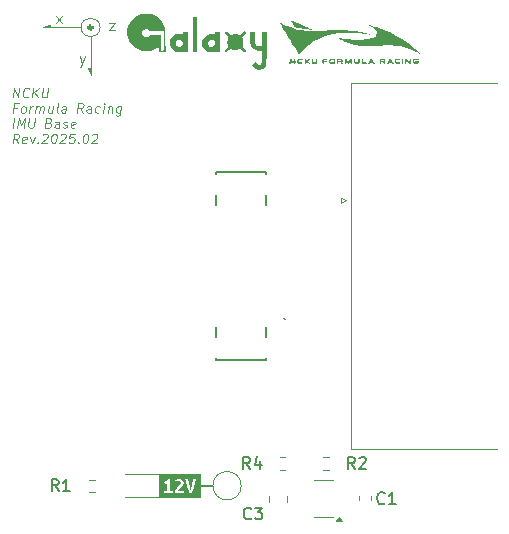
<source format=gbr>
%TF.GenerationSoftware,KiCad,Pcbnew,7.0.11-rc3*%
%TF.CreationDate,2025-03-16T23:28:07+08:00*%
%TF.ProjectId,imu-base,696d752d-6261-4736-952e-6b696361645f,rev?*%
%TF.SameCoordinates,Original*%
%TF.FileFunction,Legend,Top*%
%TF.FilePolarity,Positive*%
%FSLAX46Y46*%
G04 Gerber Fmt 4.6, Leading zero omitted, Abs format (unit mm)*
G04 Created by KiCad (PCBNEW 7.0.11-rc3) date 2025-03-16 23:28:07*
%MOMM*%
%LPD*%
G01*
G04 APERTURE LIST*
%ADD10C,0.100000*%
%ADD11C,0.300000*%
%ADD12C,0.150000*%
%ADD13C,0.120000*%
%ADD14C,0.200000*%
G04 APERTURE END LIST*
D10*
X82450000Y-37800000D02*
X79250000Y-37800000D01*
X79850000Y-37800000D02*
X79250000Y-37800000D01*
X79850000Y-37600000D01*
X79850000Y-37800000D01*
G36*
X79850000Y-37800000D02*
G01*
X79250000Y-37800000D01*
X79850000Y-37600000D01*
X79850000Y-37800000D01*
G37*
D11*
X83400000Y-37800000D02*
G75*
G03*
X83100000Y-37800000I-150000J0D01*
G01*
X83100000Y-37800000D02*
G75*
G03*
X83400000Y-37800000I150000J0D01*
G01*
D10*
X84050000Y-37800000D02*
G75*
G03*
X82450000Y-37800000I-800000J0D01*
G01*
X82450000Y-37800000D02*
G75*
G03*
X84050000Y-37800000I800000J0D01*
G01*
D12*
X93600000Y-76600000D02*
X92400000Y-76600000D01*
D10*
X83250000Y-38600000D02*
X83250000Y-41800000D01*
X83250000Y-41800000D02*
X83050000Y-41200000D01*
X83250000Y-41200000D01*
X83250000Y-41800000D01*
G36*
X83250000Y-41800000D02*
G01*
X83050000Y-41200000D01*
X83250000Y-41200000D01*
X83250000Y-41800000D01*
G37*
X84788095Y-37390752D02*
X85311904Y-37390752D01*
X85311904Y-37390752D02*
X84788095Y-38057419D01*
X84788095Y-38057419D02*
X85311904Y-38057419D01*
X80288095Y-37457419D02*
X80811904Y-36790752D01*
X80288095Y-36790752D02*
X80811904Y-37457419D01*
D13*
X76664661Y-43731855D02*
X76764661Y-42931855D01*
X76764661Y-42931855D02*
X77121804Y-43731855D01*
X77121804Y-43731855D02*
X77221804Y-42931855D01*
X77969422Y-43655664D02*
X77926565Y-43693760D01*
X77926565Y-43693760D02*
X77807518Y-43731855D01*
X77807518Y-43731855D02*
X77731327Y-43731855D01*
X77731327Y-43731855D02*
X77621803Y-43693760D01*
X77621803Y-43693760D02*
X77555137Y-43617569D01*
X77555137Y-43617569D02*
X77526565Y-43541379D01*
X77526565Y-43541379D02*
X77507518Y-43388998D01*
X77507518Y-43388998D02*
X77521803Y-43274712D01*
X77521803Y-43274712D02*
X77578946Y-43122331D01*
X77578946Y-43122331D02*
X77626565Y-43046140D01*
X77626565Y-43046140D02*
X77712280Y-42969950D01*
X77712280Y-42969950D02*
X77831327Y-42931855D01*
X77831327Y-42931855D02*
X77907518Y-42931855D01*
X77907518Y-42931855D02*
X78017042Y-42969950D01*
X78017042Y-42969950D02*
X78050375Y-43008045D01*
X78302756Y-43731855D02*
X78402756Y-42931855D01*
X78759899Y-43731855D02*
X78474184Y-43274712D01*
X78859899Y-42931855D02*
X78345613Y-43388998D01*
X79202756Y-42931855D02*
X79121803Y-43579474D01*
X79121803Y-43579474D02*
X79150375Y-43655664D01*
X79150375Y-43655664D02*
X79183708Y-43693760D01*
X79183708Y-43693760D02*
X79255137Y-43731855D01*
X79255137Y-43731855D02*
X79407518Y-43731855D01*
X79407518Y-43731855D02*
X79488470Y-43693760D01*
X79488470Y-43693760D02*
X79531327Y-43655664D01*
X79531327Y-43655664D02*
X79578946Y-43579474D01*
X79578946Y-43579474D02*
X79659899Y-42931855D01*
X76983708Y-44600807D02*
X76717042Y-44600807D01*
X76664661Y-45019855D02*
X76764661Y-44219855D01*
X76764661Y-44219855D02*
X77145613Y-44219855D01*
X77464661Y-45019855D02*
X77393232Y-44981760D01*
X77393232Y-44981760D02*
X77359899Y-44943664D01*
X77359899Y-44943664D02*
X77331327Y-44867474D01*
X77331327Y-44867474D02*
X77359899Y-44638902D01*
X77359899Y-44638902D02*
X77407518Y-44562712D01*
X77407518Y-44562712D02*
X77450375Y-44524617D01*
X77450375Y-44524617D02*
X77531327Y-44486521D01*
X77531327Y-44486521D02*
X77645613Y-44486521D01*
X77645613Y-44486521D02*
X77717041Y-44524617D01*
X77717041Y-44524617D02*
X77750375Y-44562712D01*
X77750375Y-44562712D02*
X77778946Y-44638902D01*
X77778946Y-44638902D02*
X77750375Y-44867474D01*
X77750375Y-44867474D02*
X77702756Y-44943664D01*
X77702756Y-44943664D02*
X77659899Y-44981760D01*
X77659899Y-44981760D02*
X77578946Y-45019855D01*
X77578946Y-45019855D02*
X77464661Y-45019855D01*
X78074185Y-45019855D02*
X78140851Y-44486521D01*
X78121804Y-44638902D02*
X78169423Y-44562712D01*
X78169423Y-44562712D02*
X78212280Y-44524617D01*
X78212280Y-44524617D02*
X78293232Y-44486521D01*
X78293232Y-44486521D02*
X78369423Y-44486521D01*
X78569423Y-45019855D02*
X78636089Y-44486521D01*
X78626566Y-44562712D02*
X78669423Y-44524617D01*
X78669423Y-44524617D02*
X78750375Y-44486521D01*
X78750375Y-44486521D02*
X78864661Y-44486521D01*
X78864661Y-44486521D02*
X78936089Y-44524617D01*
X78936089Y-44524617D02*
X78964661Y-44600807D01*
X78964661Y-44600807D02*
X78912280Y-45019855D01*
X78964661Y-44600807D02*
X79012280Y-44524617D01*
X79012280Y-44524617D02*
X79093232Y-44486521D01*
X79093232Y-44486521D02*
X79207518Y-44486521D01*
X79207518Y-44486521D02*
X79278947Y-44524617D01*
X79278947Y-44524617D02*
X79307518Y-44600807D01*
X79307518Y-44600807D02*
X79255137Y-45019855D01*
X80045614Y-44486521D02*
X79978947Y-45019855D01*
X79702756Y-44486521D02*
X79650376Y-44905569D01*
X79650376Y-44905569D02*
X79678947Y-44981760D01*
X79678947Y-44981760D02*
X79750376Y-45019855D01*
X79750376Y-45019855D02*
X79864661Y-45019855D01*
X79864661Y-45019855D02*
X79945614Y-44981760D01*
X79945614Y-44981760D02*
X79988471Y-44943664D01*
X80474186Y-45019855D02*
X80402757Y-44981760D01*
X80402757Y-44981760D02*
X80374186Y-44905569D01*
X80374186Y-44905569D02*
X80459900Y-44219855D01*
X81121805Y-45019855D02*
X81174186Y-44600807D01*
X81174186Y-44600807D02*
X81145614Y-44524617D01*
X81145614Y-44524617D02*
X81074186Y-44486521D01*
X81074186Y-44486521D02*
X80921805Y-44486521D01*
X80921805Y-44486521D02*
X80840853Y-44524617D01*
X81126567Y-44981760D02*
X81045614Y-45019855D01*
X81045614Y-45019855D02*
X80855138Y-45019855D01*
X80855138Y-45019855D02*
X80783710Y-44981760D01*
X80783710Y-44981760D02*
X80755138Y-44905569D01*
X80755138Y-44905569D02*
X80764662Y-44829379D01*
X80764662Y-44829379D02*
X80812281Y-44753188D01*
X80812281Y-44753188D02*
X80893234Y-44715093D01*
X80893234Y-44715093D02*
X81083710Y-44715093D01*
X81083710Y-44715093D02*
X81164662Y-44676998D01*
X82569425Y-45019855D02*
X82350377Y-44638902D01*
X82112282Y-45019855D02*
X82212282Y-44219855D01*
X82212282Y-44219855D02*
X82517044Y-44219855D01*
X82517044Y-44219855D02*
X82588472Y-44257950D01*
X82588472Y-44257950D02*
X82621806Y-44296045D01*
X82621806Y-44296045D02*
X82650377Y-44372236D01*
X82650377Y-44372236D02*
X82636091Y-44486521D01*
X82636091Y-44486521D02*
X82588472Y-44562712D01*
X82588472Y-44562712D02*
X82545615Y-44600807D01*
X82545615Y-44600807D02*
X82464663Y-44638902D01*
X82464663Y-44638902D02*
X82159901Y-44638902D01*
X83255139Y-45019855D02*
X83307520Y-44600807D01*
X83307520Y-44600807D02*
X83278948Y-44524617D01*
X83278948Y-44524617D02*
X83207520Y-44486521D01*
X83207520Y-44486521D02*
X83055139Y-44486521D01*
X83055139Y-44486521D02*
X82974187Y-44524617D01*
X83259901Y-44981760D02*
X83178948Y-45019855D01*
X83178948Y-45019855D02*
X82988472Y-45019855D01*
X82988472Y-45019855D02*
X82917044Y-44981760D01*
X82917044Y-44981760D02*
X82888472Y-44905569D01*
X82888472Y-44905569D02*
X82897996Y-44829379D01*
X82897996Y-44829379D02*
X82945615Y-44753188D01*
X82945615Y-44753188D02*
X83026568Y-44715093D01*
X83026568Y-44715093D02*
X83217044Y-44715093D01*
X83217044Y-44715093D02*
X83297996Y-44676998D01*
X83983711Y-44981760D02*
X83902758Y-45019855D01*
X83902758Y-45019855D02*
X83750378Y-45019855D01*
X83750378Y-45019855D02*
X83678949Y-44981760D01*
X83678949Y-44981760D02*
X83645616Y-44943664D01*
X83645616Y-44943664D02*
X83617044Y-44867474D01*
X83617044Y-44867474D02*
X83645616Y-44638902D01*
X83645616Y-44638902D02*
X83693235Y-44562712D01*
X83693235Y-44562712D02*
X83736092Y-44524617D01*
X83736092Y-44524617D02*
X83817044Y-44486521D01*
X83817044Y-44486521D02*
X83969425Y-44486521D01*
X83969425Y-44486521D02*
X84040854Y-44524617D01*
X84321806Y-45019855D02*
X84388472Y-44486521D01*
X84421806Y-44219855D02*
X84378949Y-44257950D01*
X84378949Y-44257950D02*
X84412282Y-44296045D01*
X84412282Y-44296045D02*
X84455139Y-44257950D01*
X84455139Y-44257950D02*
X84421806Y-44219855D01*
X84421806Y-44219855D02*
X84412282Y-44296045D01*
X84769424Y-44486521D02*
X84702758Y-45019855D01*
X84759901Y-44562712D02*
X84802758Y-44524617D01*
X84802758Y-44524617D02*
X84883710Y-44486521D01*
X84883710Y-44486521D02*
X84997996Y-44486521D01*
X84997996Y-44486521D02*
X85069424Y-44524617D01*
X85069424Y-44524617D02*
X85097996Y-44600807D01*
X85097996Y-44600807D02*
X85045615Y-45019855D01*
X85836092Y-44486521D02*
X85755139Y-45134140D01*
X85755139Y-45134140D02*
X85707520Y-45210331D01*
X85707520Y-45210331D02*
X85664663Y-45248426D01*
X85664663Y-45248426D02*
X85583711Y-45286521D01*
X85583711Y-45286521D02*
X85469425Y-45286521D01*
X85469425Y-45286521D02*
X85397996Y-45248426D01*
X85774187Y-44981760D02*
X85693234Y-45019855D01*
X85693234Y-45019855D02*
X85540854Y-45019855D01*
X85540854Y-45019855D02*
X85469425Y-44981760D01*
X85469425Y-44981760D02*
X85436092Y-44943664D01*
X85436092Y-44943664D02*
X85407520Y-44867474D01*
X85407520Y-44867474D02*
X85436092Y-44638902D01*
X85436092Y-44638902D02*
X85483711Y-44562712D01*
X85483711Y-44562712D02*
X85526568Y-44524617D01*
X85526568Y-44524617D02*
X85607520Y-44486521D01*
X85607520Y-44486521D02*
X85759901Y-44486521D01*
X85759901Y-44486521D02*
X85831330Y-44524617D01*
X76664661Y-46307855D02*
X76764661Y-45507855D01*
X77045613Y-46307855D02*
X77145613Y-45507855D01*
X77145613Y-45507855D02*
X77340851Y-46079283D01*
X77340851Y-46079283D02*
X77678946Y-45507855D01*
X77678946Y-45507855D02*
X77578946Y-46307855D01*
X78059899Y-45507855D02*
X77978946Y-46155474D01*
X77978946Y-46155474D02*
X78007518Y-46231664D01*
X78007518Y-46231664D02*
X78040851Y-46269760D01*
X78040851Y-46269760D02*
X78112280Y-46307855D01*
X78112280Y-46307855D02*
X78264661Y-46307855D01*
X78264661Y-46307855D02*
X78345613Y-46269760D01*
X78345613Y-46269760D02*
X78388470Y-46231664D01*
X78388470Y-46231664D02*
X78436089Y-46155474D01*
X78436089Y-46155474D02*
X78517042Y-45507855D01*
X79726565Y-45888807D02*
X79836089Y-45926902D01*
X79836089Y-45926902D02*
X79869423Y-45964998D01*
X79869423Y-45964998D02*
X79897994Y-46041188D01*
X79897994Y-46041188D02*
X79883708Y-46155474D01*
X79883708Y-46155474D02*
X79836089Y-46231664D01*
X79836089Y-46231664D02*
X79793232Y-46269760D01*
X79793232Y-46269760D02*
X79712280Y-46307855D01*
X79712280Y-46307855D02*
X79407518Y-46307855D01*
X79407518Y-46307855D02*
X79507518Y-45507855D01*
X79507518Y-45507855D02*
X79774184Y-45507855D01*
X79774184Y-45507855D02*
X79845613Y-45545950D01*
X79845613Y-45545950D02*
X79878946Y-45584045D01*
X79878946Y-45584045D02*
X79907518Y-45660236D01*
X79907518Y-45660236D02*
X79897994Y-45736426D01*
X79897994Y-45736426D02*
X79850375Y-45812617D01*
X79850375Y-45812617D02*
X79807518Y-45850712D01*
X79807518Y-45850712D02*
X79726565Y-45888807D01*
X79726565Y-45888807D02*
X79459899Y-45888807D01*
X80550375Y-46307855D02*
X80602756Y-45888807D01*
X80602756Y-45888807D02*
X80574184Y-45812617D01*
X80574184Y-45812617D02*
X80502756Y-45774521D01*
X80502756Y-45774521D02*
X80350375Y-45774521D01*
X80350375Y-45774521D02*
X80269423Y-45812617D01*
X80555137Y-46269760D02*
X80474184Y-46307855D01*
X80474184Y-46307855D02*
X80283708Y-46307855D01*
X80283708Y-46307855D02*
X80212280Y-46269760D01*
X80212280Y-46269760D02*
X80183708Y-46193569D01*
X80183708Y-46193569D02*
X80193232Y-46117379D01*
X80193232Y-46117379D02*
X80240851Y-46041188D01*
X80240851Y-46041188D02*
X80321804Y-46003093D01*
X80321804Y-46003093D02*
X80512280Y-46003093D01*
X80512280Y-46003093D02*
X80593232Y-45964998D01*
X80897994Y-46269760D02*
X80969423Y-46307855D01*
X80969423Y-46307855D02*
X81121804Y-46307855D01*
X81121804Y-46307855D02*
X81202756Y-46269760D01*
X81202756Y-46269760D02*
X81250375Y-46193569D01*
X81250375Y-46193569D02*
X81255137Y-46155474D01*
X81255137Y-46155474D02*
X81226566Y-46079283D01*
X81226566Y-46079283D02*
X81155137Y-46041188D01*
X81155137Y-46041188D02*
X81040852Y-46041188D01*
X81040852Y-46041188D02*
X80969423Y-46003093D01*
X80969423Y-46003093D02*
X80940852Y-45926902D01*
X80940852Y-45926902D02*
X80945614Y-45888807D01*
X80945614Y-45888807D02*
X80993233Y-45812617D01*
X80993233Y-45812617D02*
X81074185Y-45774521D01*
X81074185Y-45774521D02*
X81188471Y-45774521D01*
X81188471Y-45774521D02*
X81259899Y-45812617D01*
X81888471Y-46269760D02*
X81807518Y-46307855D01*
X81807518Y-46307855D02*
X81655137Y-46307855D01*
X81655137Y-46307855D02*
X81583709Y-46269760D01*
X81583709Y-46269760D02*
X81555137Y-46193569D01*
X81555137Y-46193569D02*
X81593233Y-45888807D01*
X81593233Y-45888807D02*
X81640852Y-45812617D01*
X81640852Y-45812617D02*
X81721804Y-45774521D01*
X81721804Y-45774521D02*
X81874185Y-45774521D01*
X81874185Y-45774521D02*
X81945613Y-45812617D01*
X81945613Y-45812617D02*
X81974185Y-45888807D01*
X81974185Y-45888807D02*
X81964661Y-45964998D01*
X81964661Y-45964998D02*
X81574185Y-46041188D01*
X77121804Y-47595855D02*
X76902756Y-47214902D01*
X76664661Y-47595855D02*
X76764661Y-46795855D01*
X76764661Y-46795855D02*
X77069423Y-46795855D01*
X77069423Y-46795855D02*
X77140851Y-46833950D01*
X77140851Y-46833950D02*
X77174185Y-46872045D01*
X77174185Y-46872045D02*
X77202756Y-46948236D01*
X77202756Y-46948236D02*
X77188470Y-47062521D01*
X77188470Y-47062521D02*
X77140851Y-47138712D01*
X77140851Y-47138712D02*
X77097994Y-47176807D01*
X77097994Y-47176807D02*
X77017042Y-47214902D01*
X77017042Y-47214902D02*
X76712280Y-47214902D01*
X77774185Y-47557760D02*
X77693232Y-47595855D01*
X77693232Y-47595855D02*
X77540851Y-47595855D01*
X77540851Y-47595855D02*
X77469423Y-47557760D01*
X77469423Y-47557760D02*
X77440851Y-47481569D01*
X77440851Y-47481569D02*
X77478947Y-47176807D01*
X77478947Y-47176807D02*
X77526566Y-47100617D01*
X77526566Y-47100617D02*
X77607518Y-47062521D01*
X77607518Y-47062521D02*
X77759899Y-47062521D01*
X77759899Y-47062521D02*
X77831327Y-47100617D01*
X77831327Y-47100617D02*
X77859899Y-47176807D01*
X77859899Y-47176807D02*
X77850375Y-47252998D01*
X77850375Y-47252998D02*
X77459899Y-47329188D01*
X78140851Y-47062521D02*
X78264661Y-47595855D01*
X78264661Y-47595855D02*
X78521803Y-47062521D01*
X78769423Y-47519664D02*
X78802756Y-47557760D01*
X78802756Y-47557760D02*
X78759899Y-47595855D01*
X78759899Y-47595855D02*
X78726565Y-47557760D01*
X78726565Y-47557760D02*
X78769423Y-47519664D01*
X78769423Y-47519664D02*
X78759899Y-47595855D01*
X79193232Y-46872045D02*
X79236089Y-46833950D01*
X79236089Y-46833950D02*
X79317041Y-46795855D01*
X79317041Y-46795855D02*
X79507517Y-46795855D01*
X79507517Y-46795855D02*
X79578946Y-46833950D01*
X79578946Y-46833950D02*
X79612279Y-46872045D01*
X79612279Y-46872045D02*
X79640851Y-46948236D01*
X79640851Y-46948236D02*
X79631327Y-47024426D01*
X79631327Y-47024426D02*
X79578946Y-47138712D01*
X79578946Y-47138712D02*
X79064660Y-47595855D01*
X79064660Y-47595855D02*
X79559898Y-47595855D01*
X80155137Y-46795855D02*
X80231327Y-46795855D01*
X80231327Y-46795855D02*
X80302756Y-46833950D01*
X80302756Y-46833950D02*
X80336089Y-46872045D01*
X80336089Y-46872045D02*
X80364661Y-46948236D01*
X80364661Y-46948236D02*
X80383708Y-47100617D01*
X80383708Y-47100617D02*
X80359899Y-47291093D01*
X80359899Y-47291093D02*
X80302756Y-47443474D01*
X80302756Y-47443474D02*
X80255137Y-47519664D01*
X80255137Y-47519664D02*
X80212280Y-47557760D01*
X80212280Y-47557760D02*
X80131327Y-47595855D01*
X80131327Y-47595855D02*
X80055137Y-47595855D01*
X80055137Y-47595855D02*
X79983708Y-47557760D01*
X79983708Y-47557760D02*
X79950375Y-47519664D01*
X79950375Y-47519664D02*
X79921803Y-47443474D01*
X79921803Y-47443474D02*
X79902756Y-47291093D01*
X79902756Y-47291093D02*
X79926565Y-47100617D01*
X79926565Y-47100617D02*
X79983708Y-46948236D01*
X79983708Y-46948236D02*
X80031327Y-46872045D01*
X80031327Y-46872045D02*
X80074184Y-46833950D01*
X80074184Y-46833950D02*
X80155137Y-46795855D01*
X80717042Y-46872045D02*
X80759899Y-46833950D01*
X80759899Y-46833950D02*
X80840851Y-46795855D01*
X80840851Y-46795855D02*
X81031327Y-46795855D01*
X81031327Y-46795855D02*
X81102756Y-46833950D01*
X81102756Y-46833950D02*
X81136089Y-46872045D01*
X81136089Y-46872045D02*
X81164661Y-46948236D01*
X81164661Y-46948236D02*
X81155137Y-47024426D01*
X81155137Y-47024426D02*
X81102756Y-47138712D01*
X81102756Y-47138712D02*
X80588470Y-47595855D01*
X80588470Y-47595855D02*
X81083708Y-47595855D01*
X81907518Y-46795855D02*
X81526566Y-46795855D01*
X81526566Y-46795855D02*
X81440852Y-47176807D01*
X81440852Y-47176807D02*
X81483709Y-47138712D01*
X81483709Y-47138712D02*
X81564661Y-47100617D01*
X81564661Y-47100617D02*
X81755137Y-47100617D01*
X81755137Y-47100617D02*
X81826566Y-47138712D01*
X81826566Y-47138712D02*
X81859899Y-47176807D01*
X81859899Y-47176807D02*
X81888471Y-47252998D01*
X81888471Y-47252998D02*
X81864661Y-47443474D01*
X81864661Y-47443474D02*
X81817042Y-47519664D01*
X81817042Y-47519664D02*
X81774185Y-47557760D01*
X81774185Y-47557760D02*
X81693232Y-47595855D01*
X81693232Y-47595855D02*
X81502756Y-47595855D01*
X81502756Y-47595855D02*
X81431328Y-47557760D01*
X81431328Y-47557760D02*
X81397994Y-47519664D01*
X82197995Y-47519664D02*
X82231328Y-47557760D01*
X82231328Y-47557760D02*
X82188471Y-47595855D01*
X82188471Y-47595855D02*
X82155137Y-47557760D01*
X82155137Y-47557760D02*
X82197995Y-47519664D01*
X82197995Y-47519664D02*
X82188471Y-47595855D01*
X82821804Y-46795855D02*
X82897994Y-46795855D01*
X82897994Y-46795855D02*
X82969423Y-46833950D01*
X82969423Y-46833950D02*
X83002756Y-46872045D01*
X83002756Y-46872045D02*
X83031328Y-46948236D01*
X83031328Y-46948236D02*
X83050375Y-47100617D01*
X83050375Y-47100617D02*
X83026566Y-47291093D01*
X83026566Y-47291093D02*
X82969423Y-47443474D01*
X82969423Y-47443474D02*
X82921804Y-47519664D01*
X82921804Y-47519664D02*
X82878947Y-47557760D01*
X82878947Y-47557760D02*
X82797994Y-47595855D01*
X82797994Y-47595855D02*
X82721804Y-47595855D01*
X82721804Y-47595855D02*
X82650375Y-47557760D01*
X82650375Y-47557760D02*
X82617042Y-47519664D01*
X82617042Y-47519664D02*
X82588470Y-47443474D01*
X82588470Y-47443474D02*
X82569423Y-47291093D01*
X82569423Y-47291093D02*
X82593232Y-47100617D01*
X82593232Y-47100617D02*
X82650375Y-46948236D01*
X82650375Y-46948236D02*
X82697994Y-46872045D01*
X82697994Y-46872045D02*
X82740851Y-46833950D01*
X82740851Y-46833950D02*
X82821804Y-46795855D01*
X83383709Y-46872045D02*
X83426566Y-46833950D01*
X83426566Y-46833950D02*
X83507518Y-46795855D01*
X83507518Y-46795855D02*
X83697994Y-46795855D01*
X83697994Y-46795855D02*
X83769423Y-46833950D01*
X83769423Y-46833950D02*
X83802756Y-46872045D01*
X83802756Y-46872045D02*
X83831328Y-46948236D01*
X83831328Y-46948236D02*
X83821804Y-47024426D01*
X83821804Y-47024426D02*
X83769423Y-47138712D01*
X83769423Y-47138712D02*
X83255137Y-47595855D01*
X83255137Y-47595855D02*
X83750375Y-47595855D01*
D10*
X82311905Y-40190752D02*
X82550000Y-40857419D01*
X82788095Y-40190752D02*
X82550000Y-40857419D01*
X82550000Y-40857419D02*
X82454762Y-41095514D01*
X82454762Y-41095514D02*
X82407143Y-41143133D01*
X82407143Y-41143133D02*
X82311905Y-41190752D01*
D12*
X96743773Y-75167319D02*
X96410440Y-74691128D01*
X96172345Y-75167319D02*
X96172345Y-74167319D01*
X96172345Y-74167319D02*
X96553297Y-74167319D01*
X96553297Y-74167319D02*
X96648535Y-74214938D01*
X96648535Y-74214938D02*
X96696154Y-74262557D01*
X96696154Y-74262557D02*
X96743773Y-74357795D01*
X96743773Y-74357795D02*
X96743773Y-74500652D01*
X96743773Y-74500652D02*
X96696154Y-74595890D01*
X96696154Y-74595890D02*
X96648535Y-74643509D01*
X96648535Y-74643509D02*
X96553297Y-74691128D01*
X96553297Y-74691128D02*
X96172345Y-74691128D01*
X97600916Y-74500652D02*
X97600916Y-75167319D01*
X97362821Y-74119700D02*
X97124726Y-74833985D01*
X97124726Y-74833985D02*
X97743773Y-74833985D01*
X80533333Y-77054819D02*
X80200000Y-76578628D01*
X79961905Y-77054819D02*
X79961905Y-76054819D01*
X79961905Y-76054819D02*
X80342857Y-76054819D01*
X80342857Y-76054819D02*
X80438095Y-76102438D01*
X80438095Y-76102438D02*
X80485714Y-76150057D01*
X80485714Y-76150057D02*
X80533333Y-76245295D01*
X80533333Y-76245295D02*
X80533333Y-76388152D01*
X80533333Y-76388152D02*
X80485714Y-76483390D01*
X80485714Y-76483390D02*
X80438095Y-76531009D01*
X80438095Y-76531009D02*
X80342857Y-76578628D01*
X80342857Y-76578628D02*
X79961905Y-76578628D01*
X81485714Y-77054819D02*
X80914286Y-77054819D01*
X81200000Y-77054819D02*
X81200000Y-76054819D01*
X81200000Y-76054819D02*
X81104762Y-76197676D01*
X81104762Y-76197676D02*
X81009524Y-76292914D01*
X81009524Y-76292914D02*
X80914286Y-76340533D01*
X105606273Y-75167319D02*
X105272940Y-74691128D01*
X105034845Y-75167319D02*
X105034845Y-74167319D01*
X105034845Y-74167319D02*
X105415797Y-74167319D01*
X105415797Y-74167319D02*
X105511035Y-74214938D01*
X105511035Y-74214938D02*
X105558654Y-74262557D01*
X105558654Y-74262557D02*
X105606273Y-74357795D01*
X105606273Y-74357795D02*
X105606273Y-74500652D01*
X105606273Y-74500652D02*
X105558654Y-74595890D01*
X105558654Y-74595890D02*
X105511035Y-74643509D01*
X105511035Y-74643509D02*
X105415797Y-74691128D01*
X105415797Y-74691128D02*
X105034845Y-74691128D01*
X105987226Y-74262557D02*
X106034845Y-74214938D01*
X106034845Y-74214938D02*
X106130083Y-74167319D01*
X106130083Y-74167319D02*
X106368178Y-74167319D01*
X106368178Y-74167319D02*
X106463416Y-74214938D01*
X106463416Y-74214938D02*
X106511035Y-74262557D01*
X106511035Y-74262557D02*
X106558654Y-74357795D01*
X106558654Y-74357795D02*
X106558654Y-74453033D01*
X106558654Y-74453033D02*
X106511035Y-74595890D01*
X106511035Y-74595890D02*
X105939607Y-75167319D01*
X105939607Y-75167319D02*
X106558654Y-75167319D01*
X96833333Y-79359580D02*
X96785714Y-79407200D01*
X96785714Y-79407200D02*
X96642857Y-79454819D01*
X96642857Y-79454819D02*
X96547619Y-79454819D01*
X96547619Y-79454819D02*
X96404762Y-79407200D01*
X96404762Y-79407200D02*
X96309524Y-79311961D01*
X96309524Y-79311961D02*
X96261905Y-79216723D01*
X96261905Y-79216723D02*
X96214286Y-79026247D01*
X96214286Y-79026247D02*
X96214286Y-78883390D01*
X96214286Y-78883390D02*
X96261905Y-78692914D01*
X96261905Y-78692914D02*
X96309524Y-78597676D01*
X96309524Y-78597676D02*
X96404762Y-78502438D01*
X96404762Y-78502438D02*
X96547619Y-78454819D01*
X96547619Y-78454819D02*
X96642857Y-78454819D01*
X96642857Y-78454819D02*
X96785714Y-78502438D01*
X96785714Y-78502438D02*
X96833333Y-78550057D01*
X97166667Y-78454819D02*
X97785714Y-78454819D01*
X97785714Y-78454819D02*
X97452381Y-78835771D01*
X97452381Y-78835771D02*
X97595238Y-78835771D01*
X97595238Y-78835771D02*
X97690476Y-78883390D01*
X97690476Y-78883390D02*
X97738095Y-78931009D01*
X97738095Y-78931009D02*
X97785714Y-79026247D01*
X97785714Y-79026247D02*
X97785714Y-79264342D01*
X97785714Y-79264342D02*
X97738095Y-79359580D01*
X97738095Y-79359580D02*
X97690476Y-79407200D01*
X97690476Y-79407200D02*
X97595238Y-79454819D01*
X97595238Y-79454819D02*
X97309524Y-79454819D01*
X97309524Y-79454819D02*
X97214286Y-79407200D01*
X97214286Y-79407200D02*
X97166667Y-79359580D01*
X108133333Y-78059580D02*
X108085714Y-78107200D01*
X108085714Y-78107200D02*
X107942857Y-78154819D01*
X107942857Y-78154819D02*
X107847619Y-78154819D01*
X107847619Y-78154819D02*
X107704762Y-78107200D01*
X107704762Y-78107200D02*
X107609524Y-78011961D01*
X107609524Y-78011961D02*
X107561905Y-77916723D01*
X107561905Y-77916723D02*
X107514286Y-77726247D01*
X107514286Y-77726247D02*
X107514286Y-77583390D01*
X107514286Y-77583390D02*
X107561905Y-77392914D01*
X107561905Y-77392914D02*
X107609524Y-77297676D01*
X107609524Y-77297676D02*
X107704762Y-77202438D01*
X107704762Y-77202438D02*
X107847619Y-77154819D01*
X107847619Y-77154819D02*
X107942857Y-77154819D01*
X107942857Y-77154819D02*
X108085714Y-77202438D01*
X108085714Y-77202438D02*
X108133333Y-77250057D01*
X109085714Y-78154819D02*
X108514286Y-78154819D01*
X108800000Y-78154819D02*
X108800000Y-77154819D01*
X108800000Y-77154819D02*
X108704762Y-77297676D01*
X108704762Y-77297676D02*
X108609524Y-77392914D01*
X108609524Y-77392914D02*
X108514286Y-77440533D01*
D13*
%TO.C,R4*%
X99273182Y-74190000D02*
X99747698Y-74190000D01*
X99273182Y-75235000D02*
X99747698Y-75235000D01*
%TO.C,R1*%
X83145276Y-76077500D02*
X83654724Y-76077500D01*
X83145276Y-77122500D02*
X83654724Y-77122500D01*
%TO.C,kibuzzard-679C6BCB*%
G36*
X92568475Y-77599808D02*
G01*
X92171600Y-77599808D01*
X91596290Y-77599808D01*
X91169570Y-77599808D01*
X90211355Y-77599808D01*
X89428400Y-77599808D01*
X89031525Y-77599808D01*
X89031525Y-76269483D01*
X89428400Y-76269483D01*
X89504600Y-76463793D01*
X89620805Y-76417120D01*
X89742725Y-76349492D01*
X89742725Y-77008623D01*
X89495075Y-77008623D01*
X89495075Y-77202933D01*
X90211355Y-77202933D01*
X90211355Y-77008623D01*
X89977040Y-77008623D01*
X89977040Y-76153277D01*
X90371375Y-76153277D01*
X90487580Y-76317107D01*
X90607595Y-76227572D01*
X90723800Y-76200902D01*
X90834290Y-76239955D01*
X90878105Y-76351398D01*
X90842862Y-76452363D01*
X90753327Y-76555232D01*
X90697130Y-76609763D01*
X90637122Y-76666675D01*
X90577115Y-76727159D01*
X90520917Y-76792405D01*
X90471387Y-76863128D01*
X90431382Y-76940042D01*
X90404951Y-77023863D01*
X90396140Y-77115303D01*
X90395187Y-77155308D01*
X90399950Y-77202933D01*
X91169570Y-77202933D01*
X91169570Y-77008623D01*
X90662840Y-77008623D01*
X90682842Y-76945757D01*
X90731420Y-76878130D01*
X90792380Y-76813360D01*
X90849530Y-76759068D01*
X90946685Y-76663817D01*
X91032410Y-76560947D01*
X91093370Y-76451410D01*
X91116230Y-76334252D01*
X91085750Y-76186615D01*
X91003835Y-76080887D01*
X90896462Y-76023737D01*
X91266725Y-76023737D01*
X91288632Y-76130417D01*
X91320065Y-76263767D01*
X91345253Y-76363568D01*
X91372558Y-76467391D01*
X91401980Y-76575235D01*
X91433095Y-76685196D01*
X91465480Y-76795368D01*
X91499135Y-76905753D01*
X91549141Y-77062915D01*
X91596290Y-77202933D01*
X91838225Y-77202933D01*
X91874632Y-77101438D01*
X91910192Y-76997616D01*
X91944905Y-76891465D01*
X91978243Y-76784785D01*
X92009675Y-76679375D01*
X92039202Y-76575235D01*
X92079684Y-76423549D01*
X92115402Y-76279007D01*
X92146121Y-76144705D01*
X92171600Y-76023737D01*
X91925855Y-76023737D01*
X91908710Y-76122797D01*
X91887755Y-76237097D01*
X91863942Y-76360684D01*
X91838225Y-76487605D01*
X91810603Y-76615240D01*
X91781075Y-76740970D01*
X91750595Y-76858842D01*
X91720115Y-76962902D01*
X91689397Y-76857413D01*
X91658202Y-76739065D01*
X91627722Y-76613335D01*
X91599147Y-76485700D01*
X91572716Y-76359018D01*
X91548665Y-76236145D01*
X91528662Y-76122559D01*
X91514375Y-76023737D01*
X91266725Y-76023737D01*
X90896462Y-76023737D01*
X90885725Y-76018022D01*
X90746660Y-75997067D01*
X90647362Y-76006592D01*
X90547587Y-76035167D01*
X90453528Y-76083745D01*
X90371375Y-76153277D01*
X89977040Y-76153277D01*
X89977040Y-76023737D01*
X89817020Y-76023737D01*
X89735105Y-76098032D01*
X89634140Y-76166612D01*
X89527460Y-76225668D01*
X89428400Y-76269483D01*
X89031525Y-76269483D01*
X89031525Y-75600192D01*
X89428400Y-75600192D01*
X92171600Y-75600192D01*
X92568475Y-75600192D01*
X92568475Y-77599808D01*
G37*
%TO.C,R2*%
X103410198Y-75235000D02*
X102935682Y-75235000D01*
X103410198Y-74190000D02*
X102935682Y-74190000D01*
%TO.C,C3*%
X98375440Y-78011252D02*
X98375440Y-77488748D01*
X99845440Y-78011252D02*
X99845440Y-77488748D01*
%TO.C,TP1*%
X96000000Y-76600000D02*
G75*
G03*
X93600000Y-76600000I-1200000J0D01*
G01*
X93600000Y-76600000D02*
G75*
G03*
X96000000Y-76600000I1200000J0D01*
G01*
%TO.C,J2*%
X105300000Y-73475000D02*
X105300000Y-42505000D01*
X117640000Y-73475000D02*
X105300000Y-73475000D01*
X104405662Y-52700000D02*
X104405662Y-52200000D01*
X104838675Y-52450000D02*
X104405662Y-52700000D01*
X104405662Y-52200000D02*
X104838675Y-52450000D01*
X105300000Y-42505000D02*
X117640000Y-42505000D01*
D14*
%TO.C,J1*%
X93900000Y-65925000D02*
X98100000Y-65925000D01*
X98100000Y-65925000D02*
X98100000Y-65800000D01*
X93900000Y-65800000D02*
X93900000Y-65925000D01*
X93900000Y-64000000D02*
X93900000Y-63200000D01*
X98100000Y-64000000D02*
X98100000Y-63200000D01*
D10*
X99600000Y-62445000D02*
X99600000Y-62445000D01*
X99700000Y-62445000D02*
X99700000Y-62445000D01*
D14*
X93900000Y-52800000D02*
X93900000Y-52000000D01*
X98100000Y-52800000D02*
X98100000Y-52000000D01*
X98100000Y-50200000D02*
X98100000Y-50075000D01*
X93900000Y-50075000D02*
X93900000Y-50200000D01*
X98100000Y-50075000D02*
X93900000Y-50075000D01*
D10*
X99700000Y-62445000D02*
G75*
G03*
X99600000Y-62445000I-50000J0D01*
G01*
X99600000Y-62445000D02*
G75*
G03*
X99700000Y-62445000I50000J0D01*
G01*
%TO.C,G\u002A\u002A\u002A*%
G36*
X109715484Y-40659193D02*
G01*
X109715484Y-40864032D01*
X109664274Y-40864032D01*
X109613064Y-40864032D01*
X109613064Y-40659193D01*
X109613064Y-40454355D01*
X109664274Y-40454355D01*
X109715484Y-40454355D01*
X109715484Y-40659193D01*
G37*
G36*
X106289096Y-40456729D02*
G01*
X106304658Y-40469690D01*
X106313061Y-40501991D01*
X106317625Y-40562387D01*
X106319385Y-40602863D01*
X106325403Y-40751371D01*
X106473911Y-40757389D01*
X106550495Y-40761297D01*
X106594880Y-40767487D01*
X106615819Y-40779279D01*
X106622067Y-40799993D01*
X106622419Y-40813720D01*
X106620697Y-40838167D01*
X106610103Y-40853049D01*
X106582494Y-40860738D01*
X106529726Y-40863608D01*
X106449769Y-40864032D01*
X106354510Y-40861747D01*
X106292120Y-40854066D01*
X106254710Y-40839749D01*
X106244931Y-40831843D01*
X106227596Y-40802253D01*
X106217396Y-40750853D01*
X106213091Y-40669756D01*
X106212742Y-40627004D01*
X106213243Y-40543113D01*
X106216331Y-40492045D01*
X106224376Y-40465659D01*
X106239754Y-40455810D01*
X106263054Y-40454355D01*
X106289096Y-40456729D01*
G37*
G36*
X110370967Y-40659193D02*
G01*
X110370967Y-40864032D01*
X110293048Y-40864032D01*
X110253957Y-40861655D01*
X110222264Y-40850249D01*
X110189700Y-40823404D01*
X110147997Y-40774709D01*
X110103572Y-40717126D01*
X109992016Y-40570220D01*
X109985997Y-40717126D01*
X109982078Y-40793188D01*
X109975829Y-40837103D01*
X109963830Y-40857676D01*
X109942660Y-40863712D01*
X109928925Y-40864032D01*
X109877871Y-40864032D01*
X109883734Y-40664314D01*
X109889596Y-40464597D01*
X109970645Y-40464597D01*
X110011760Y-40466863D01*
X110044386Y-40477997D01*
X110077304Y-40504506D01*
X110119291Y-40552894D01*
X110160121Y-40605005D01*
X110268548Y-40745414D01*
X110268548Y-40599884D01*
X110269275Y-40524288D01*
X110273534Y-40480795D01*
X110284445Y-40460543D01*
X110305126Y-40454669D01*
X110319758Y-40454355D01*
X110370967Y-40454355D01*
X110370967Y-40659193D01*
G37*
G36*
X106045852Y-40630119D02*
G01*
X106039542Y-40728602D01*
X106025514Y-40794726D01*
X105996720Y-40834907D01*
X105946110Y-40855564D01*
X105866636Y-40863112D01*
X105788907Y-40864032D01*
X105700453Y-40862467D01*
X105642619Y-40856442D01*
X105605132Y-40843964D01*
X105577742Y-40823064D01*
X105556425Y-40794892D01*
X105543901Y-40756177D01*
X105538060Y-40696376D01*
X105536774Y-40618226D01*
X105537320Y-40536952D01*
X105540698Y-40488288D01*
X105549521Y-40463873D01*
X105566402Y-40455349D01*
X105587984Y-40454355D01*
X105617839Y-40457485D01*
X105633107Y-40473705D01*
X105638693Y-40513259D01*
X105639473Y-40561895D01*
X105641311Y-40653518D01*
X105650174Y-40711743D01*
X105671954Y-40744124D01*
X105712541Y-40758214D01*
X105777824Y-40761566D01*
X105795211Y-40761613D01*
X105925967Y-40761613D01*
X105925967Y-40607984D01*
X105925967Y-40454355D01*
X105989521Y-40454355D01*
X106053075Y-40454355D01*
X106045852Y-40630119D01*
G37*
G36*
X100533588Y-40458115D02*
G01*
X100562334Y-40463274D01*
X100579582Y-40476547D01*
X100588850Y-40506942D01*
X100593657Y-40563467D01*
X100596036Y-40617984D01*
X100598639Y-40722174D01*
X100594914Y-40792202D01*
X100582335Y-40834698D01*
X100558375Y-40856292D01*
X100520508Y-40863613D01*
X100502262Y-40864032D01*
X100463743Y-40861542D01*
X100432154Y-40849816D01*
X100399314Y-40822465D01*
X100357044Y-40773105D01*
X100313176Y-40716415D01*
X100200726Y-40568797D01*
X100194707Y-40716415D01*
X100190803Y-40792701D01*
X100184597Y-40836820D01*
X100172692Y-40857555D01*
X100151693Y-40863692D01*
X100137635Y-40864032D01*
X100086581Y-40864032D01*
X100092443Y-40664314D01*
X100098306Y-40464597D01*
X100179355Y-40464597D01*
X100220469Y-40466863D01*
X100253096Y-40477997D01*
X100286013Y-40504506D01*
X100328000Y-40552894D01*
X100368831Y-40605005D01*
X100477258Y-40745414D01*
X100477258Y-40598524D01*
X100477258Y-40451634D01*
X100533588Y-40458115D01*
G37*
G36*
X102417844Y-40456076D02*
G01*
X102432726Y-40466670D01*
X102440415Y-40494280D01*
X102443285Y-40547048D01*
X102443709Y-40627004D01*
X102441711Y-40727211D01*
X102431166Y-40794297D01*
X102405249Y-40834890D01*
X102357134Y-40855619D01*
X102279995Y-40863112D01*
X102199615Y-40864032D01*
X102108179Y-40862542D01*
X102048368Y-40856986D01*
X102010915Y-40845740D01*
X101986550Y-40827179D01*
X101985997Y-40826572D01*
X101967532Y-40794371D01*
X101956825Y-40742355D01*
X101952420Y-40661733D01*
X101952096Y-40621734D01*
X101952637Y-40539401D01*
X101955915Y-40489766D01*
X101964417Y-40464561D01*
X101980627Y-40455515D01*
X102002409Y-40454355D01*
X102028451Y-40456729D01*
X102044013Y-40469690D01*
X102052416Y-40501991D01*
X102056980Y-40562387D01*
X102058739Y-40602863D01*
X102064758Y-40751371D01*
X102197903Y-40751371D01*
X102331048Y-40751371D01*
X102337066Y-40602863D01*
X102340975Y-40526278D01*
X102347164Y-40481894D01*
X102358956Y-40460955D01*
X102379670Y-40454706D01*
X102393397Y-40454355D01*
X102417844Y-40456076D01*
G37*
G36*
X101105585Y-40454857D02*
G01*
X101156595Y-40457950D01*
X101182934Y-40466013D01*
X101192750Y-40481425D01*
X101194193Y-40504703D01*
X101192030Y-40530077D01*
X101179892Y-40545527D01*
X101149302Y-40554060D01*
X101091785Y-40558682D01*
X101035443Y-40561033D01*
X100876693Y-40567016D01*
X100870450Y-40664314D01*
X100864207Y-40761613D01*
X101029200Y-40761613D01*
X101110811Y-40762149D01*
X101159785Y-40765483D01*
X101184452Y-40774200D01*
X101193144Y-40790884D01*
X101194193Y-40812822D01*
X101192708Y-40837141D01*
X101182974Y-40852205D01*
X101157077Y-40860231D01*
X101107103Y-40863434D01*
X101025136Y-40864030D01*
X101011302Y-40864032D01*
X100911312Y-40861747D01*
X100845389Y-40854258D01*
X100806852Y-40840616D01*
X100798090Y-40833712D01*
X100769939Y-40784283D01*
X100755124Y-40714089D01*
X100753018Y-40635191D01*
X100762996Y-40559650D01*
X100784432Y-40499524D01*
X100816699Y-40466875D01*
X100817139Y-40466703D01*
X100851715Y-40460990D01*
X100915303Y-40456679D01*
X100995956Y-40454490D01*
X101021756Y-40454355D01*
X101105585Y-40454857D01*
G37*
G36*
X109355766Y-40454973D02*
G01*
X109408599Y-40457742D01*
X109436452Y-40465206D01*
X109447318Y-40479598D01*
X109449192Y-40503148D01*
X109449193Y-40504703D01*
X109447030Y-40530077D01*
X109434892Y-40545527D01*
X109404302Y-40554060D01*
X109346785Y-40558682D01*
X109290443Y-40561033D01*
X109131693Y-40567016D01*
X109125450Y-40664314D01*
X109119207Y-40761613D01*
X109284200Y-40761613D01*
X109365811Y-40762149D01*
X109414785Y-40765483D01*
X109439452Y-40774200D01*
X109448144Y-40790884D01*
X109449193Y-40812822D01*
X109447672Y-40837334D01*
X109437778Y-40852411D01*
X109411515Y-40860323D01*
X109360891Y-40863340D01*
X109277908Y-40863732D01*
X109269959Y-40863718D01*
X109186539Y-40861943D01*
X109118071Y-40857475D01*
X109075444Y-40851143D01*
X109068187Y-40848356D01*
X109029666Y-40800961D01*
X109007202Y-40729576D01*
X109000856Y-40647198D01*
X109010690Y-40566820D01*
X109036766Y-40501438D01*
X109066402Y-40470448D01*
X109096902Y-40463420D01*
X109157342Y-40457981D01*
X109236700Y-40454988D01*
X109269959Y-40454668D01*
X109355766Y-40454973D01*
G37*
G36*
X100197943Y-37168211D02*
G01*
X100250928Y-37189158D01*
X100332492Y-37223095D01*
X100438255Y-37268087D01*
X100563840Y-37322199D01*
X100704867Y-37383493D01*
X100856958Y-37450034D01*
X101015733Y-37519887D01*
X101176814Y-37591114D01*
X101335822Y-37661780D01*
X101488379Y-37729950D01*
X101630105Y-37793686D01*
X101756622Y-37851054D01*
X101863551Y-37900116D01*
X101946513Y-37938938D01*
X102001130Y-37965583D01*
X102022766Y-37977848D01*
X102020721Y-37988252D01*
X101984682Y-37992518D01*
X101912492Y-37990690D01*
X101801992Y-37982813D01*
X101798467Y-37982517D01*
X101652800Y-37967413D01*
X101479684Y-37944876D01*
X101290242Y-37916742D01*
X101095595Y-37884843D01*
X100906865Y-37851014D01*
X100735173Y-37817088D01*
X100591640Y-37784899D01*
X100574955Y-37780769D01*
X100549681Y-37768940D01*
X100520957Y-37742672D01*
X100485189Y-37697154D01*
X100438782Y-37627573D01*
X100378141Y-37529119D01*
X100342853Y-37470075D01*
X100285352Y-37371553D01*
X100237054Y-37285526D01*
X100201167Y-37217979D01*
X100180895Y-37174898D01*
X100177916Y-37162191D01*
X100197943Y-37168211D01*
G37*
G36*
X103217456Y-40454878D02*
G01*
X103267684Y-40458074D01*
X103293378Y-40466382D01*
X103302754Y-40482242D01*
X103304032Y-40504703D01*
X103301838Y-40530183D01*
X103289577Y-40545652D01*
X103258732Y-40554164D01*
X103200782Y-40558774D01*
X103146926Y-40561033D01*
X103053215Y-40568004D01*
X102997405Y-40580172D01*
X102981348Y-40592621D01*
X102988180Y-40606047D01*
X103022950Y-40614163D01*
X103090825Y-40617813D01*
X103138454Y-40618226D01*
X103220609Y-40619064D01*
X103270010Y-40622933D01*
X103294858Y-40631861D01*
X103303353Y-40647876D01*
X103304032Y-40659193D01*
X103300611Y-40679605D01*
X103284853Y-40691839D01*
X103248519Y-40697954D01*
X103183367Y-40700010D01*
X103140161Y-40700161D01*
X102976290Y-40700161D01*
X102976290Y-40782097D01*
X102973495Y-40834886D01*
X102960311Y-40858349D01*
X102929540Y-40864003D01*
X102925080Y-40864032D01*
X102900216Y-40862418D01*
X102885073Y-40852149D01*
X102877241Y-40825088D01*
X102874310Y-40773097D01*
X102873871Y-40691081D01*
X102876531Y-40593544D01*
X102888881Y-40527180D01*
X102917470Y-40486037D01*
X102968852Y-40464164D01*
X103049577Y-40455610D01*
X103134477Y-40454355D01*
X103217456Y-40454878D01*
G37*
G36*
X105284737Y-40458173D02*
G01*
X105362661Y-40464597D01*
X105368524Y-40664314D01*
X105374386Y-40864032D01*
X105322435Y-40864032D01*
X105294889Y-40861843D01*
X105279218Y-40849217D01*
X105271918Y-40817063D01*
X105269483Y-40756293D01*
X105269124Y-40725766D01*
X105267765Y-40587500D01*
X105202552Y-40720645D01*
X105167396Y-40789741D01*
X105141068Y-40829590D01*
X105115337Y-40848196D01*
X105081976Y-40853559D01*
X105065645Y-40853790D01*
X105027246Y-40851345D01*
X104999558Y-40838681D01*
X104974347Y-40807805D01*
X104943375Y-40750723D01*
X104928455Y-40720645D01*
X104862958Y-40587500D01*
X104861882Y-40725766D01*
X104860494Y-40799019D01*
X104855442Y-40840395D01*
X104843239Y-40858984D01*
X104820400Y-40863874D01*
X104808855Y-40864032D01*
X104756903Y-40864032D01*
X104762766Y-40664314D01*
X104768629Y-40464597D01*
X104846553Y-40458173D01*
X104924478Y-40451749D01*
X104988766Y-40596439D01*
X105020692Y-40664899D01*
X105047336Y-40715870D01*
X105063857Y-40740242D01*
X105065645Y-40741129D01*
X105079304Y-40723795D01*
X105104146Y-40677868D01*
X105135330Y-40612457D01*
X105142524Y-40596439D01*
X105206812Y-40451749D01*
X105284737Y-40458173D01*
G37*
G36*
X101442267Y-40458827D02*
G01*
X101456932Y-40479921D01*
X101460465Y-40529155D01*
X101460484Y-40536290D01*
X101463360Y-40589158D01*
X101476597Y-40612650D01*
X101507110Y-40618212D01*
X101509972Y-40618226D01*
X101561723Y-40599013D01*
X101620785Y-40540751D01*
X101624355Y-40536290D01*
X101683867Y-40475802D01*
X101735995Y-40454415D01*
X101738737Y-40454355D01*
X101775942Y-40460926D01*
X101784582Y-40483438D01*
X101764157Y-40526088D01*
X101723538Y-40581343D01*
X101689784Y-40630750D01*
X101675627Y-40666213D01*
X101678532Y-40676469D01*
X101703057Y-40700876D01*
X101737893Y-40743444D01*
X101773453Y-40791346D01*
X101800149Y-40831756D01*
X101808709Y-40850603D01*
X101791056Y-40860486D01*
X101754344Y-40864032D01*
X101703197Y-40848917D01*
X101646428Y-40800698D01*
X101629844Y-40782097D01*
X101567218Y-40722572D01*
X101513833Y-40700282D01*
X101510097Y-40700161D01*
X101478088Y-40704901D01*
X101463865Y-40726755D01*
X101460492Y-40777175D01*
X101460484Y-40782097D01*
X101457688Y-40834886D01*
X101444504Y-40858349D01*
X101413734Y-40864003D01*
X101409274Y-40864032D01*
X101358064Y-40864032D01*
X101358064Y-40659193D01*
X101358064Y-40454355D01*
X101409274Y-40454355D01*
X101442267Y-40458827D01*
G37*
G36*
X103810512Y-40457423D02*
G01*
X103882740Y-40469625D01*
X103927206Y-40496464D01*
X103950401Y-40543129D01*
X103958819Y-40614811D01*
X103959516Y-40658892D01*
X103956942Y-40745262D01*
X103944726Y-40803296D01*
X103916127Y-40838586D01*
X103864403Y-40856725D01*
X103782815Y-40863304D01*
X103712246Y-40864032D01*
X103620793Y-40862709D01*
X103560477Y-40857547D01*
X103521516Y-40846756D01*
X103494132Y-40828546D01*
X103488387Y-40823064D01*
X103458345Y-40768386D01*
X103446233Y-40692527D01*
X103447536Y-40669392D01*
X103556914Y-40669392D01*
X103562132Y-40711283D01*
X103571512Y-40738997D01*
X103588748Y-40754007D01*
X103623918Y-40759431D01*
X103687099Y-40758391D01*
X103711030Y-40757372D01*
X103846855Y-40751371D01*
X103846855Y-40659193D01*
X103846855Y-40567016D01*
X103711030Y-40561015D01*
X103638260Y-40558729D01*
X103596305Y-40562041D01*
X103575089Y-40574070D01*
X103564534Y-40597934D01*
X103562132Y-40607104D01*
X103556914Y-40669392D01*
X103447536Y-40669392D01*
X103450903Y-40609593D01*
X103471211Y-40533687D01*
X103506010Y-40478915D01*
X103517058Y-40470031D01*
X103547089Y-40462919D01*
X103606555Y-40457532D01*
X103683930Y-40454817D01*
X103704031Y-40454668D01*
X103810512Y-40457423D01*
G37*
G36*
X108660907Y-40466709D02*
G01*
X108695031Y-40490202D01*
X108716204Y-40521047D01*
X108748953Y-40575220D01*
X108787842Y-40642921D01*
X108827438Y-40714350D01*
X108862307Y-40779710D01*
X108887013Y-40829199D01*
X108896129Y-40852825D01*
X108878328Y-40860769D01*
X108836057Y-40864032D01*
X108784552Y-40852751D01*
X108762984Y-40823064D01*
X108750291Y-40800393D01*
X108723746Y-40787944D01*
X108673283Y-40782839D01*
X108619596Y-40782097D01*
X108546895Y-40783824D01*
X108505019Y-40790923D01*
X108483903Y-40806270D01*
X108476209Y-40823064D01*
X108450385Y-40855171D01*
X108400944Y-40864032D01*
X108358592Y-40859821D01*
X108348249Y-40843023D01*
X108352348Y-40828185D01*
X108367855Y-40794969D01*
X108397919Y-40736083D01*
X108416934Y-40700161D01*
X108548566Y-40700161D01*
X108620454Y-40700161D01*
X108692342Y-40700161D01*
X108658485Y-40633589D01*
X108635313Y-40588748D01*
X108621605Y-40563577D01*
X108620663Y-40562152D01*
X108610390Y-40575344D01*
X108589698Y-40614187D01*
X108582631Y-40628725D01*
X108548566Y-40700161D01*
X108416934Y-40700161D01*
X108437285Y-40661717D01*
X108458031Y-40623347D01*
X108502975Y-40543237D01*
X108535777Y-40493095D01*
X108562419Y-40466144D01*
X108588883Y-40455612D01*
X108607253Y-40454355D01*
X108660907Y-40466709D01*
G37*
G36*
X107052523Y-40456789D02*
G01*
X107077682Y-40468354D01*
X107103473Y-40495441D01*
X107135611Y-40544445D01*
X107179809Y-40621756D01*
X107192745Y-40645050D01*
X107236098Y-40724560D01*
X107270830Y-40790646D01*
X107292792Y-40835258D01*
X107298387Y-40849889D01*
X107280594Y-40859912D01*
X107238316Y-40864032D01*
X107186811Y-40852751D01*
X107165242Y-40823064D01*
X107151799Y-40799639D01*
X107123530Y-40787191D01*
X107069975Y-40782518D01*
X107031437Y-40782097D01*
X106959836Y-40784563D01*
X106917835Y-40794103D01*
X106894247Y-40813927D01*
X106888709Y-40823064D01*
X106848272Y-40857308D01*
X106806053Y-40864032D01*
X106763186Y-40860771D01*
X106745322Y-40852927D01*
X106745322Y-40852914D01*
X106754579Y-40831478D01*
X106779634Y-40782078D01*
X106816418Y-40712573D01*
X106823148Y-40700161D01*
X106950824Y-40700161D01*
X107022712Y-40700161D01*
X107094600Y-40700161D01*
X107060743Y-40633589D01*
X107037571Y-40588748D01*
X107023863Y-40563577D01*
X107022921Y-40562152D01*
X107012648Y-40575344D01*
X106991956Y-40614187D01*
X106984889Y-40628725D01*
X106950824Y-40700161D01*
X106823148Y-40700161D01*
X106851391Y-40648075D01*
X106899190Y-40562228D01*
X106933609Y-40506312D01*
X106960264Y-40473962D01*
X106984771Y-40458810D01*
X107012746Y-40454490D01*
X107022282Y-40454355D01*
X107052523Y-40456789D01*
G37*
G36*
X104428275Y-40455946D02*
G01*
X104496546Y-40461413D01*
X104539201Y-40471799D01*
X104562327Y-40486544D01*
X104586948Y-40535519D01*
X104593184Y-40602096D01*
X104581185Y-40667339D01*
X104560615Y-40703669D01*
X104538225Y-40735733D01*
X104546065Y-40762726D01*
X104557500Y-40776976D01*
X104595456Y-40825493D01*
X104603154Y-40851978D01*
X104580036Y-40862619D01*
X104549636Y-40863973D01*
X104492999Y-40853921D01*
X104451003Y-40816875D01*
X104440887Y-40802581D01*
X104406901Y-40762091D01*
X104366120Y-40744560D01*
X104312863Y-40741188D01*
X104258228Y-40743219D01*
X104233114Y-40754782D01*
X104226101Y-40783930D01*
X104225806Y-40802581D01*
X104220295Y-40846498D01*
X104196866Y-40862565D01*
X104174596Y-40864032D01*
X104123387Y-40864032D01*
X104123387Y-40659193D01*
X104123387Y-40607984D01*
X104225806Y-40607984D01*
X104228879Y-40637723D01*
X104244897Y-40652958D01*
X104284061Y-40658502D01*
X104334371Y-40659193D01*
X104400122Y-40655100D01*
X104449933Y-40644623D01*
X104465915Y-40636214D01*
X104485462Y-40601162D01*
X104466730Y-40575468D01*
X104411595Y-40560379D01*
X104346518Y-40556774D01*
X104279160Y-40557905D01*
X104243057Y-40564042D01*
X104228507Y-40579302D01*
X104225806Y-40607801D01*
X104225806Y-40607984D01*
X104123387Y-40607984D01*
X104123387Y-40454355D01*
X104326762Y-40454355D01*
X104428275Y-40455946D01*
G37*
G36*
X110915637Y-40454689D02*
G01*
X110974738Y-40456932D01*
X111007883Y-40462944D01*
X111022579Y-40474587D01*
X111026332Y-40493720D01*
X111026451Y-40504767D01*
X111024634Y-40528963D01*
X111013858Y-40544182D01*
X110986138Y-40552934D01*
X110933489Y-40557728D01*
X110847926Y-40561074D01*
X110847217Y-40561098D01*
X110667984Y-40567016D01*
X110661740Y-40664314D01*
X110655497Y-40761613D01*
X110789764Y-40761613D01*
X110864805Y-40759591D01*
X110906657Y-40752361D01*
X110922952Y-40738177D01*
X110924032Y-40730887D01*
X110911969Y-40710635D01*
X110870951Y-40701411D01*
X110831855Y-40700161D01*
X110774251Y-40697481D01*
X110747012Y-40686350D01*
X110739712Y-40662136D01*
X110739677Y-40659193D01*
X110743546Y-40637664D01*
X110760991Y-40625330D01*
X110800773Y-40619688D01*
X110871651Y-40618237D01*
X110883064Y-40618226D01*
X111026451Y-40618226D01*
X111026451Y-40708728D01*
X111025111Y-40777736D01*
X111016231Y-40822505D01*
X110992527Y-40848281D01*
X110946710Y-40860306D01*
X110871496Y-40863823D01*
X110810642Y-40864032D01*
X110710731Y-40862111D01*
X110644247Y-40855653D01*
X110603802Y-40843615D01*
X110588316Y-40832648D01*
X110557509Y-40778848D01*
X110540331Y-40701280D01*
X110539665Y-40615708D01*
X110543605Y-40588158D01*
X110557976Y-40531903D01*
X110580989Y-40493924D01*
X110619960Y-40470720D01*
X110682203Y-40458789D01*
X110775033Y-40454628D01*
X110823076Y-40454355D01*
X110915637Y-40454689D01*
G37*
G36*
X108059066Y-40457054D02*
G01*
X108134779Y-40464903D01*
X108173495Y-40477529D01*
X108175096Y-40478935D01*
X108192613Y-40517220D01*
X108199829Y-40575941D01*
X108197208Y-40639364D01*
X108185216Y-40691752D01*
X108168108Y-40715793D01*
X108149741Y-40732160D01*
X108156152Y-40756049D01*
X108178350Y-40786614D01*
X108211150Y-40832382D01*
X108214545Y-40855453D01*
X108186754Y-40863383D01*
X108160104Y-40864032D01*
X108103862Y-40849985D01*
X108056435Y-40802785D01*
X108056290Y-40802581D01*
X108017220Y-40759967D01*
X107970268Y-40743080D01*
X107931992Y-40741129D01*
X107880035Y-40743666D01*
X107857164Y-40757296D01*
X107851547Y-40791045D01*
X107851451Y-40802581D01*
X107845940Y-40846498D01*
X107822511Y-40862565D01*
X107800242Y-40864032D01*
X107749032Y-40864032D01*
X107749032Y-40659193D01*
X107749032Y-40609006D01*
X107851451Y-40609006D01*
X107853749Y-40638253D01*
X107867188Y-40653144D01*
X107901582Y-40657521D01*
X107966749Y-40655224D01*
X107969234Y-40655095D01*
X108036599Y-40649768D01*
X108073223Y-40639909D01*
X108089329Y-40621222D01*
X108093561Y-40602863D01*
X108094272Y-40577439D01*
X108081207Y-40563629D01*
X108045374Y-40557913D01*
X107977784Y-40556774D01*
X107975779Y-40556774D01*
X107907195Y-40557798D01*
X107869997Y-40563551D01*
X107854611Y-40578056D01*
X107851462Y-40605335D01*
X107851451Y-40609006D01*
X107749032Y-40609006D01*
X107749032Y-40454355D01*
X107949774Y-40454355D01*
X108059066Y-40457054D01*
G37*
G36*
X99271110Y-37358076D02*
G01*
X99315957Y-37382194D01*
X99377594Y-37418586D01*
X99391613Y-37427194D01*
X99631582Y-37560495D01*
X99904090Y-37685292D01*
X100201103Y-37798745D01*
X100514585Y-37898019D01*
X100836501Y-37980273D01*
X101112258Y-38034945D01*
X101486633Y-38084632D01*
X101886576Y-38111036D01*
X102303842Y-38114004D01*
X102730184Y-38093383D01*
X102986532Y-38069667D01*
X103440564Y-38030399D01*
X103903494Y-38010210D01*
X104369268Y-38008674D01*
X104831831Y-38025367D01*
X105285131Y-38059863D01*
X105723110Y-38111736D01*
X106139717Y-38180561D01*
X106528895Y-38265913D01*
X106786290Y-38336627D01*
X106862488Y-38361404D01*
X106926041Y-38385296D01*
X106972008Y-38405736D01*
X106995447Y-38420155D01*
X106991417Y-38425986D01*
X106954975Y-38420661D01*
X106942586Y-38417848D01*
X106885542Y-38406466D01*
X106796069Y-38391128D01*
X106682381Y-38373041D01*
X106552691Y-38353413D01*
X106415210Y-38333448D01*
X106278153Y-38314354D01*
X106149732Y-38297337D01*
X106038160Y-38283603D01*
X105997661Y-38279035D01*
X105866764Y-38268132D01*
X105705151Y-38259930D01*
X105520550Y-38254384D01*
X105320688Y-38251448D01*
X105113291Y-38251076D01*
X104906087Y-38253222D01*
X104706803Y-38257841D01*
X104523165Y-38264888D01*
X104362901Y-38274315D01*
X104233738Y-38286079D01*
X104205322Y-38289633D01*
X103754872Y-38365711D01*
X103331790Y-38469508D01*
X102931794Y-38602725D01*
X102550604Y-38767067D01*
X102183940Y-38964237D01*
X101827520Y-39195939D01*
X101706290Y-39284096D01*
X101605218Y-39363736D01*
X101493328Y-39458846D01*
X101377090Y-39563238D01*
X101262977Y-39670725D01*
X101157461Y-39775122D01*
X101067012Y-39870240D01*
X100998103Y-39949894D01*
X100968871Y-39989044D01*
X100931442Y-40040785D01*
X100906474Y-40061417D01*
X100885746Y-40055196D01*
X100871287Y-40039556D01*
X100855662Y-40015880D01*
X100821392Y-39961025D01*
X100770450Y-39878266D01*
X100704809Y-39770881D01*
X100626444Y-39642144D01*
X100537326Y-39495333D01*
X100439431Y-39333724D01*
X100334730Y-39160592D01*
X100225197Y-38979214D01*
X100112806Y-38792867D01*
X99999530Y-38604826D01*
X99887342Y-38418367D01*
X99778215Y-38236767D01*
X99674124Y-38063303D01*
X99577041Y-37901249D01*
X99488939Y-37753883D01*
X99411793Y-37624480D01*
X99347575Y-37516318D01*
X99298258Y-37432671D01*
X99265817Y-37376817D01*
X99252223Y-37352031D01*
X99251949Y-37351079D01*
X99271110Y-37358076D01*
G37*
G36*
X106813911Y-37596896D02*
G01*
X106869215Y-37608631D01*
X106950217Y-37628899D01*
X107050222Y-37655838D01*
X107162534Y-37687584D01*
X107280455Y-37722276D01*
X107397291Y-37758049D01*
X107506345Y-37793042D01*
X107533951Y-37802238D01*
X108049023Y-37994285D01*
X108566192Y-38224167D01*
X109080694Y-38489330D01*
X109587763Y-38787221D01*
X110082635Y-39115285D01*
X110360726Y-39317279D01*
X110486290Y-39413229D01*
X110613169Y-39513239D01*
X110737772Y-39614177D01*
X110856511Y-39712911D01*
X110965797Y-39806308D01*
X111062040Y-39891238D01*
X111141653Y-39964567D01*
X111201045Y-40023164D01*
X111236628Y-40063896D01*
X111244814Y-40083632D01*
X111240429Y-40084996D01*
X111211731Y-40073250D01*
X111169530Y-40045839D01*
X111168744Y-40045253D01*
X111111197Y-40007886D01*
X111024236Y-39958480D01*
X110916087Y-39901164D01*
X110794976Y-39840070D01*
X110669132Y-39779329D01*
X110546781Y-39723070D01*
X110436150Y-39675424D01*
X110415161Y-39666893D01*
X109985738Y-39516481D01*
X109545358Y-39405076D01*
X109096457Y-39332967D01*
X108641473Y-39300447D01*
X108182845Y-39307806D01*
X107759274Y-39350118D01*
X107640910Y-39365933D01*
X107534514Y-39377968D01*
X107431314Y-39386693D01*
X107322541Y-39392578D01*
X107199426Y-39396092D01*
X107053197Y-39397707D01*
X106875087Y-39397892D01*
X106868226Y-39397879D01*
X106572980Y-39393139D01*
X106307970Y-39379183D01*
X106063192Y-39354476D01*
X105828642Y-39317484D01*
X105594315Y-39266673D01*
X105350207Y-39200508D01*
X105127096Y-39130903D01*
X105033095Y-39097640D01*
X104924105Y-39055028D01*
X104806071Y-39005837D01*
X104684937Y-38952837D01*
X104566649Y-38898798D01*
X104457152Y-38846490D01*
X104362389Y-38798682D01*
X104288305Y-38758145D01*
X104240845Y-38727649D01*
X104225806Y-38710938D01*
X104241528Y-38698500D01*
X104261653Y-38701107D01*
X104299876Y-38708816D01*
X104371857Y-38719607D01*
X104470574Y-38732670D01*
X104589003Y-38747197D01*
X104720119Y-38762378D01*
X104856900Y-38777403D01*
X104992322Y-38791464D01*
X105119361Y-38803752D01*
X105230993Y-38813456D01*
X105248973Y-38814871D01*
X105404703Y-38824376D01*
X105581026Y-38830936D01*
X105768477Y-38834553D01*
X105957591Y-38835230D01*
X106138903Y-38832970D01*
X106302947Y-38827773D01*
X106440259Y-38819644D01*
X106495202Y-38814560D01*
X106750402Y-38777599D01*
X106967305Y-38726202D01*
X107145963Y-38660348D01*
X107286429Y-38580013D01*
X107388754Y-38485173D01*
X107444540Y-38395901D01*
X107476967Y-38281196D01*
X107469060Y-38168353D01*
X107420706Y-38057214D01*
X107331791Y-37947621D01*
X107202203Y-37839416D01*
X107031828Y-37732440D01*
X106932699Y-37680060D01*
X106864783Y-37644479D01*
X106815091Y-37615562D01*
X106791598Y-37598065D01*
X106791002Y-37595557D01*
X106813911Y-37596896D01*
G37*
D13*
%TO.C,C1*%
X106000440Y-77796267D02*
X106000440Y-77503733D01*
X107020440Y-77796267D02*
X107020440Y-77503733D01*
%TO.C,U1*%
X102972940Y-79272500D02*
X103772940Y-79272500D01*
X102972940Y-79272500D02*
X102172940Y-79272500D01*
X102972940Y-76152500D02*
X103772940Y-76152500D01*
X102972940Y-76152500D02*
X102172940Y-76152500D01*
X104512940Y-79552500D02*
X104032940Y-79552500D01*
X104272940Y-79222500D01*
X104512940Y-79552500D01*
G36*
X104512940Y-79552500D02*
G01*
X104032940Y-79552500D01*
X104272940Y-79222500D01*
X104512940Y-79552500D01*
G37*
%TO.C,G\u002A\u002A\u002A*%
G36*
X92295115Y-38413499D02*
G01*
X92295115Y-39902309D01*
X92092096Y-39902309D01*
X91889076Y-39902309D01*
X91889076Y-38413499D01*
X91889076Y-36924689D01*
X92092096Y-36924689D01*
X92295115Y-36924689D01*
X92295115Y-38413499D01*
G37*
G36*
X91483037Y-39041737D02*
G01*
X91483037Y-39895553D01*
X90995333Y-39896882D01*
X90760172Y-39894443D01*
X90594881Y-39883876D01*
X90479270Y-39862571D01*
X90393145Y-39827913D01*
X90373073Y-39816382D01*
X90159535Y-39641355D01*
X90020048Y-39428951D01*
X89958001Y-39193112D01*
X89962674Y-39132072D01*
X90445382Y-39132072D01*
X90486999Y-39275389D01*
X90564254Y-39357649D01*
X90707766Y-39437811D01*
X90836544Y-39432320D01*
X90966170Y-39340506D01*
X90966260Y-39340417D01*
X91058131Y-39210785D01*
X91063680Y-39082011D01*
X90983574Y-38938515D01*
X90983493Y-38938411D01*
X90862851Y-38844713D01*
X90725228Y-38823123D01*
X90594211Y-38865152D01*
X90493387Y-38962313D01*
X90446343Y-39106117D01*
X90445382Y-39132072D01*
X89962674Y-39132072D01*
X89976782Y-38947780D01*
X90079780Y-38706899D01*
X90096989Y-38680394D01*
X90260854Y-38500215D01*
X90466451Y-38391931D01*
X90725455Y-38350003D01*
X90795026Y-38349176D01*
X90950875Y-38347564D01*
X91036501Y-38334521D01*
X91071722Y-38304492D01*
X91076998Y-38270157D01*
X91093303Y-38218226D01*
X91156771Y-38193767D01*
X91280018Y-38187922D01*
X91483037Y-38187922D01*
X91483037Y-39041737D01*
G37*
G36*
X94189964Y-39042749D02*
G01*
X94189964Y-39897577D01*
X93727531Y-39896334D01*
X93519858Y-39891571D01*
X93335626Y-39879761D01*
X93200341Y-39862919D01*
X93152332Y-39850874D01*
X92978888Y-39744928D01*
X92825769Y-39584309D01*
X92764541Y-39487232D01*
X92719057Y-39335635D01*
X92703381Y-39140962D01*
X92707638Y-39081923D01*
X93165652Y-39081923D01*
X93171144Y-39210701D01*
X93262957Y-39340327D01*
X93263047Y-39340417D01*
X93392678Y-39432287D01*
X93521452Y-39437836D01*
X93664949Y-39357731D01*
X93665052Y-39357649D01*
X93758751Y-39237007D01*
X93780341Y-39099385D01*
X93738311Y-38968368D01*
X93641150Y-38867544D01*
X93497347Y-38820499D01*
X93471391Y-38819538D01*
X93328075Y-38861155D01*
X93245814Y-38938411D01*
X93165652Y-39081923D01*
X92707638Y-39081923D01*
X92717500Y-38945169D01*
X92761396Y-38790207D01*
X92764800Y-38783461D01*
X92917307Y-38578937D01*
X93121588Y-38430349D01*
X93356369Y-38348780D01*
X93600376Y-38345317D01*
X93604399Y-38345984D01*
X93719325Y-38360388D01*
X93770947Y-38345486D01*
X93783818Y-38292543D01*
X93783925Y-38282118D01*
X93796051Y-38223462D01*
X93847974Y-38195700D01*
X93963015Y-38188012D01*
X93986945Y-38187922D01*
X94189964Y-38187922D01*
X94189964Y-39042749D01*
G37*
G36*
X96953286Y-38196607D02*
G01*
X97145026Y-38210480D01*
X97167584Y-38706750D01*
X97179591Y-38912617D01*
X97194673Y-39086622D01*
X97210728Y-39208014D01*
X97223010Y-39253539D01*
X97319530Y-39333301D01*
X97459658Y-39380134D01*
X97599218Y-39381990D01*
X97643329Y-39368206D01*
X97689212Y-39344109D01*
X97720270Y-39310551D01*
X97739394Y-39251466D01*
X97749477Y-39150788D01*
X97753410Y-38992452D01*
X97754085Y-38760393D01*
X97754085Y-38752832D01*
X97754085Y-38187922D01*
X97959480Y-38187922D01*
X98164875Y-38187922D01*
X98151220Y-39597780D01*
X98146854Y-40017490D01*
X98141416Y-40356513D01*
X98132934Y-40624389D01*
X98119439Y-40830656D01*
X98098960Y-40984854D01*
X98069528Y-41096523D01*
X98029173Y-41175201D01*
X97975923Y-41230428D01*
X97907809Y-41271743D01*
X97822861Y-41308686D01*
X97795605Y-41319620D01*
X97605347Y-41378754D01*
X97447812Y-41380499D01*
X97285665Y-41324331D01*
X97261022Y-41312097D01*
X97129628Y-41223605D01*
X97020280Y-41115654D01*
X97014672Y-41108230D01*
X96923019Y-40983245D01*
X97064684Y-40841581D01*
X97206348Y-40699916D01*
X97326323Y-40842498D01*
X97449742Y-40954092D01*
X97561602Y-40978029D01*
X97667438Y-40915253D01*
X97679419Y-40902575D01*
X97713107Y-40848292D01*
X97735295Y-40762930D01*
X97748060Y-40629692D01*
X97753480Y-40431781D01*
X97754085Y-40298939D01*
X97754085Y-39777808D01*
X97482786Y-39758184D01*
X97243400Y-39717169D01*
X97059257Y-39623817D01*
X96903296Y-39462773D01*
X96863055Y-39406498D01*
X96819204Y-39333543D01*
X96790076Y-39254793D01*
X96772730Y-39150360D01*
X96764224Y-39000358D01*
X96761619Y-38784900D01*
X96761545Y-38720041D01*
X96761545Y-38182734D01*
X96953286Y-38196607D01*
G37*
G36*
X96340298Y-38153386D02*
G01*
X96342616Y-38155696D01*
X96381043Y-38203234D01*
X96380749Y-38250306D01*
X96333021Y-38318257D01*
X96232840Y-38424640D01*
X96130006Y-38533452D01*
X96081261Y-38604056D01*
X96077278Y-38662429D01*
X96108726Y-38734547D01*
X96116361Y-38748981D01*
X96156826Y-38861031D01*
X96169874Y-39008249D01*
X96161046Y-39187722D01*
X96149348Y-39351083D01*
X96153111Y-39450848D01*
X96179339Y-39513256D01*
X96235033Y-39564543D01*
X96267995Y-39588438D01*
X96373848Y-39687328D01*
X96393083Y-39775850D01*
X96330938Y-39858862D01*
X96278869Y-39884021D01*
X96216906Y-39862622D01*
X96122730Y-39785198D01*
X96094082Y-39758390D01*
X95991136Y-39666602D01*
X95922418Y-39629895D01*
X95859585Y-39638337D01*
X95814121Y-39660301D01*
X95661210Y-39706435D01*
X95469144Y-39718296D01*
X95282191Y-39695994D01*
X95175389Y-39658732D01*
X95097674Y-39625729D01*
X95036699Y-39634008D01*
X94961989Y-39693848D01*
X94907125Y-39749240D01*
X94802699Y-39851594D01*
X94736418Y-39893349D01*
X94686455Y-39881321D01*
X94639585Y-39832787D01*
X94613369Y-39778675D01*
X94637170Y-39715956D01*
X94720458Y-39620301D01*
X94723521Y-39617136D01*
X94799318Y-39533491D01*
X94839038Y-39461080D01*
X94850673Y-39369001D01*
X94842218Y-39226351D01*
X94837613Y-39176064D01*
X94827823Y-38979702D01*
X94844305Y-38841266D01*
X94880348Y-38748820D01*
X94916506Y-38672205D01*
X94918708Y-38613394D01*
X94877619Y-38546422D01*
X94783903Y-38445322D01*
X94763785Y-38424640D01*
X94661576Y-38315916D01*
X94615272Y-38248827D01*
X94616161Y-38202028D01*
X94654009Y-38155696D01*
X94700920Y-38117807D01*
X94747610Y-38117866D01*
X94814782Y-38164699D01*
X94923136Y-38267131D01*
X94929084Y-38272965D01*
X95044261Y-38379824D01*
X95121173Y-38429843D01*
X95181344Y-38433760D01*
X95219507Y-38417841D01*
X95350296Y-38380412D01*
X95521103Y-38370298D01*
X95685947Y-38387496D01*
X95777118Y-38417841D01*
X95837701Y-38437023D01*
X95901736Y-38416731D01*
X95990748Y-38346229D01*
X96067541Y-38272965D01*
X96178149Y-38167923D01*
X96246676Y-38118863D01*
X96293825Y-38116959D01*
X96340298Y-38153386D01*
G37*
G36*
X88178855Y-36638638D02*
G01*
X88339695Y-36658848D01*
X88482419Y-36700726D01*
X88605486Y-36753327D01*
X88921539Y-36944531D01*
X89191572Y-37196419D01*
X89396859Y-37490614D01*
X89435719Y-37568292D01*
X89477464Y-37660633D01*
X89509318Y-37742556D01*
X89532819Y-37827999D01*
X89549504Y-37930902D01*
X89560911Y-38065201D01*
X89568577Y-38244835D01*
X89574040Y-38483741D01*
X89578837Y-38795859D01*
X89579959Y-38875932D01*
X89594287Y-39902309D01*
X89320545Y-39902309D01*
X89046803Y-39902309D01*
X89046803Y-39680874D01*
X89046803Y-39459439D01*
X88725206Y-39624480D01*
X88363130Y-39762778D01*
X87992672Y-39814910D01*
X87625289Y-39781848D01*
X87272441Y-39664561D01*
X86959952Y-39475105D01*
X86724271Y-39242059D01*
X86538022Y-38950915D01*
X86410915Y-38624589D01*
X86359063Y-38323224D01*
X87611935Y-38323224D01*
X87661725Y-38467411D01*
X87766362Y-38579216D01*
X87916607Y-38636073D01*
X87964032Y-38639076D01*
X88122952Y-38596449D01*
X88216268Y-38526288D01*
X88276229Y-38473251D01*
X88341776Y-38440044D01*
X88434846Y-38422077D01*
X88577376Y-38414765D01*
X88755603Y-38413499D01*
X89182149Y-38413499D01*
X89182149Y-39082712D01*
X89184201Y-39320041D01*
X89189850Y-39524768D01*
X89198333Y-39680194D01*
X89208890Y-39769625D01*
X89214129Y-39783904D01*
X89280373Y-39804506D01*
X89338196Y-39802702D01*
X89370817Y-39794012D01*
X89394941Y-39770398D01*
X89412113Y-39719495D01*
X89423876Y-39628936D01*
X89431772Y-39486354D01*
X89437345Y-39279384D01*
X89442138Y-38995658D01*
X89442581Y-38966163D01*
X89454877Y-38142806D01*
X88907708Y-38142806D01*
X88675073Y-38141717D01*
X88513721Y-38136357D01*
X88404712Y-38123592D01*
X88329105Y-38100285D01*
X88267959Y-38063299D01*
X88226497Y-38030018D01*
X88059805Y-37935788D01*
X87893648Y-37926706D01*
X87741215Y-38002825D01*
X87713846Y-38027967D01*
X87626229Y-38169221D01*
X87611935Y-38323224D01*
X86359063Y-38323224D01*
X86352658Y-38286000D01*
X86358014Y-38054213D01*
X86440930Y-37709063D01*
X86602693Y-37386172D01*
X86832218Y-37100472D01*
X87118419Y-36866894D01*
X87324514Y-36752441D01*
X87477605Y-36689172D01*
X87621370Y-36652711D01*
X87791563Y-36636404D01*
X87964032Y-36633392D01*
X88178855Y-36638638D01*
G37*
%TO.C,D1*%
X89035000Y-77560000D02*
X89035000Y-75640000D01*
X89035000Y-75640000D02*
X86175000Y-75640000D01*
X86175000Y-77560000D02*
X89035000Y-77560000D01*
%TD*%
M02*

</source>
